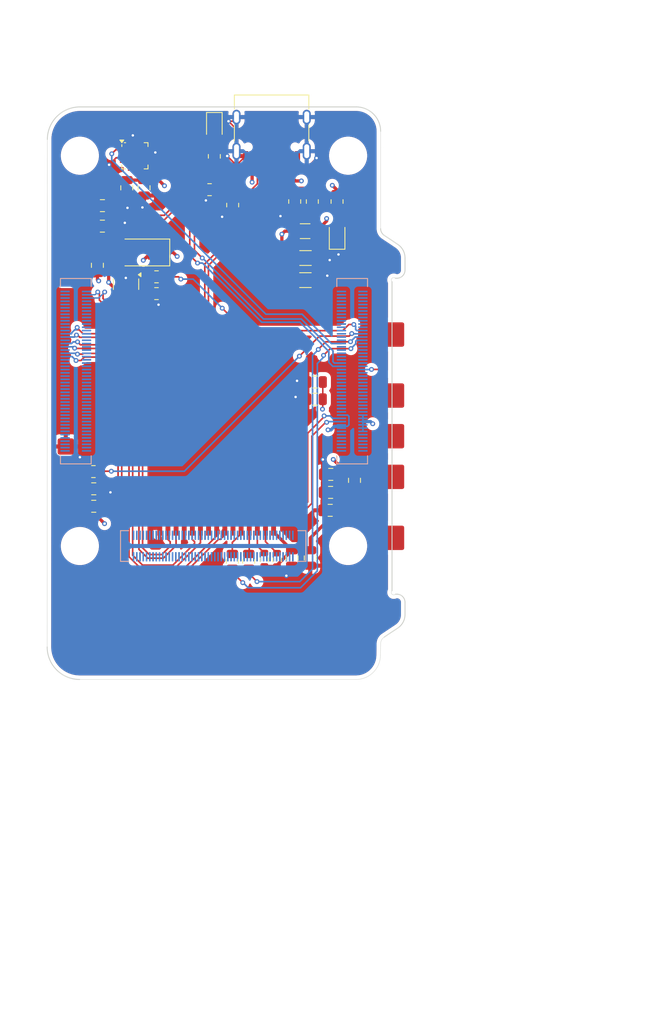
<source format=kicad_pcb>
(kicad_pcb (version 20241229) (generator "pcbnew") (generator_version "9.0")
  (layers (0 "F.Cu" signal) (4 "In1.Cu" signal) (6 "In2.Cu" signal) (2 "B.Cu" signal) (13 "F.Paste" user) (15 "B.Paste" user) (5 "F.SilkS" user "F.Silkscreen") (7 "B.SilkS" user "B.Silkscreen") (1 "F.Mask" user) (3 "B.Mask" user) (25 "Edge.Cuts" user))
  (net 0 "")
  (net 1 "3.3V")
  (net 2 "Net-(D2-A)")
  (net 3 "5V_IN")
  (net 4 "D-")
  (net 5 "GND")
  (net 6 "Net-(J1-CC2)")
  (net 7 "Net-(J1-SBU2)")
  (net 8 "Net-(J1-SBU1)")
  (net 9 "Net-(J1-CC1)")
  (net 10 "D+")
  (net 11 "OUTP")
  (net 12 "OUTN")
  (net 13 "Net-(Q1-G)")
  (net 18 "SPEAKER_DIN")
  (net 19 "SPEAKER_LRCLK")
  (net 22 "SPEAKER_BCLK")
  (net 71 "i2C_SDA")
  (net 72 "CAM0_C_P")
  (net 118 "BUTTON")
  (net 122 "CAM0_D0_N")
  (net 149 "CAM0_D1_P")
  (net 198 "CAM0_D1_N")
  (net 206 "CAM0_C_N")
  (net 223 "i2C_SCL")
  (net 229 "VIBRATION_MOTOR")
  (net 263 "CAM_RST")
  (net 267 "CAM_EN")
  (net 289 "CAM0_D0_P")
  (net 308 "CAM_3.3V")
  (net 309 "Net-(R7-Pad2)")
  (net 310 "Net-(R8-Pad2)")
  (net 311 "RGB_LED_DIN")
  (net 312 "Net-(D1-A)")
  (net 313 "Net-(J3-Pin_2)")
  (net 329 "Net-(5A1-Pad1)")
  (net 330 "Net-(D3-A)")
  (footprint "Capacitor_SMD:C_1206_3216Metric" (layer "F.Cu") (at 79.063098 95.201331)
    (property "Reference" "C16" (hide yes))
    (property "Value" "47uF" (hide yes))
  )
  (footprint "Resistor_SMD:R_0805_2012Metric" (layer "F.Cu") (at 60.74326 94.794737 180)
    (property "Reference" "R10" (hide yes))
    (property "Value" "100" (hide yes))
  )
  (footprint "Capacitor_SMD:C_0805_2012Metric" (layer "F.Cu") (at 82.160128 121.306904 180)
    (property "Reference" "C13" (hide yes))
    (property "Value" "100nF" (hide yes))
  )
  (footprint "Capacitor_SMD:C_0805_2012Metric" (layer "F.Cu") (at 79.660928 129.369604 -90)
    (property "Reference" "C4" (hide yes))
    (property "Value" "100nF" (hide yes))
  )
  (footprint "Resistor_SMD:R_0603_1608Metric" (layer "F.Cu") (at 74.007027 129.585937 90)
    (property "Reference" "R9" (hide yes))
    (property "Value" "4.7k" (hide yes))
  )
  (footprint "Capacitor_SMD:C_0805_2012Metric" (layer "F.Cu") (at 53.021963 123.01337 180)
    (property "Reference" "C8" (hide yes))
    (property "Value" "220 uF" (hide yes))
  )
  (footprint "Resistor_SMD:R_0805_2012Metric" (layer "F.Cu") (at 60.740183 96.859734 180)
    (property "Reference" "R11" (hide yes))
    (property "Value" "10k" (hide yes))
  )
  (footprint "Capacitor_SMD:C_0805_2012Metric" (layer "F.Cu") (at 80.248929 107.733991 180)
    (property "Reference" "C2" (hide yes))
    (property "Value" "0.1 µF" (hide yes))
  )
  (footprint "EASYEDA2KICAD:CONN-SMD_1-1734248-5" (layer "F.Cu") (at 68.149131 123.98374)
    (property "Reference" "Y1" (hide yes))
    (property "Value" "1-1734248-5" (hide yes))
  )
  (footprint "Capacitor_SMD:C_0805_2012Metric" (layer "F.Cu") (at 53.021963 120.865323 180)
    (property "Reference" "C9" (hide yes))
    (property "Value" "220 uF" (hide yes))
  )
  (footprint "LED_SMD:LED_0805_2012Metric" (layer "F.Cu") (at 67.857259 76.272829 -90)
    (property "Reference" "D3" (hide yes))
    (property "Value" "LED")
  )
  (footprint "Resistor_SMD:R_0805_2012Metric" (layer "F.Cu") (at 72.085574 129.786466 90)
    (property "Reference" "R8" (hide yes))
    (property "Value" "0" (hide yes))
  )
  (footprint "Capacitor_SMD:C_0805_2012Metric" (layer "F.Cu") (at 54.084265 88.561858)
    (property "Reference" "C5" (hide yes))
    (property "Value" "200nF" (hide yes))
  )
  (footprint "Fuse:Fuse_1206_3216Metric" (layer "F.Cu") (at 79.024694 89.180011 180)
    (property "Reference" "5A1" (hide yes))
    (property "Value" "Fuse")
  )
  (footprint "Resistor_SMD:R_0805_2012Metric" (layer "F.Cu") (at 70.113916 85.971957 -90)
    (property "Reference" "R3" (hide yes))
    (property "Value" "100k" (hide yes))
  )
  (footprint "Capacitor_SMD:C_0805_2012Metric" (layer "F.Cu") (at 82.111075 123.513099 180)
    (property "Reference" "C14" (hide yes))
    (property "Value" "10uF" (hide yes))
  )
  (footprint "Capacitor_SMD:C_0805_2012Metric" (layer "F.Cu") (at 54.087535 86.043027)
    (property "Reference" "C6" (hide yes))
    (property "Value" "200nF" (hide yes))
  )
  (footprint "TestPoint:TestPoint_Pad_2.0x2.0mm" (layer "F.Cu") (at 49.821997 88.649423 90)
    (property "Reference" "J4" (hide yes))
    (property "Value" "Conn_01x02_Pin" (hide yes))
  )
  (footprint "Capacitor_SMD:C_0805_2012Metric" (layer "F.Cu") (at 59.209399 83.846792 -90)
    (property "Reference" "C10" (hide yes))
    (property "Value" "10 uF" (hide yes))
  )
  (footprint "TestPoint:TestPoint_Pad_2.5x2.5mm" (layer "F.Cu") (at 49.573256 121.66314 90)
    (property "Reference" "J3" (hide yes))
    (property "Value" "Conn_01x03_Socket" (hide yes))
  )
  (footprint "TestPoint:TestPoint_Pad_2.0x2.0mm" (layer "F.Cu") (at 49.873146 94.677281 90)
    (property "Reference" "M1" (hide yes))
    (property "Value" "Motor_DC" (hide yes))
  )
  (footprint "Resistor_SMD:R_0805_2012Metric" (layer "F.Cu") (at 77.743989 85.533963 -90)
    (property "Reference" "R4" (hide yes))
    (property "Value" "5.1k" (hide yes))
  )
  (footprint "Connector_USB:USB_C_Receptacle_G-Switch_GT-USB-7010ASV" (layer "F.Cu") (at 74.901039 76.223287 180)
    (property "Reference" "J1" (hide yes))
    (property "Value" "USB_C_Receptacle_USB2.0_16P")
  )
  (footprint "Resistor_SMD:R_0603_1608Metric" (layer "F.Cu") (at 75.566904 129.601272 90)
    (property "Reference" "R6" (hide yes))
    (property "Value" "4.7k" (hide yes))
  )
  (footprint "Capacitor_SMD:C_0805_2012Metric" (layer "F.Cu") (at 82.179779 119.090498 180)
    (property "Reference" "C12" (hide yes))
    (property "Value" "10uF" (hide yes))
  )
  (footprint "Capacitor_SMD:C_0805_2012Metric" (layer "F.Cu") (at 85.101145 119.824263 -90)
    (property "Reference" "FB1" (hide yes))
    (property "Value" "120R-100MHz" (hide yes))
  )
  (footprint "Resistor_SMD:R_0805_2012Metric" (layer "F.Cu") (at 67.269802 84.078164 180)
    (property "Reference" "R2" (hide yes))
    (property "Value" "5.1k" (hide yes))
  )
  (footprint "Resistor_SMD:R_0805_2012Metric" (layer "F.Cu") (at 52.980038 118.747744)
    (property "Reference" "R12" (hide yes))
    (property "Value" "330" (hide yes))
  )
  (footprint "LED_SMD:LED_0805_2012Metric" (layer "F.Cu") (at 82.960006 89.71774 90)
    (property "Reference" "D1" (hide yes))
    (property "Value" "LED" (hide yes))
  )
  (footprint "Capacitor_SMD:C_0805_2012Metric" (layer "F.Cu") (at 77.401229 129.375281 -90)
    (property "Reference" "C3" (hide yes))
    (property "Value" "10uF" (hide yes))
  )
  (footprint "Package_TO_SOT_SMD:SOT-23" (layer "F.Cu") (at 56.992834 95.701434 -90)
    (property "Reference" "Q1" (hide yes))
    (property "Value" "AO3400A" (hide yes))
  )
  (footprint "Package_DFN_QFN:TQFN-16-1EP_3x3mm_P0.5mm_EP1.23x1.23mm" (layer "F.Cu") (at 58.085073 79.910583)
    (property "Reference" "U2" (hide yes))
    (property "Value" "MAX98357A" (hide yes))
  )
  (footprint "Capacitor_SMD:C_0805_2012Metric" (layer "F.Cu") (at 57.082494 83.852663 -90)
    (property "Reference" "C11" (hide yes))
    (property "Value" "0.1 uF" (hide yes))
  )
  (footprint "Capacitor_SMD:C_1206_3216Metric" (layer "F.Cu") (at 79.074582 92.484754)
    (property "Reference" "C15" (hide yes))
    (property "Value" "47uF" (hide yes))
  )
  (footprint "Capacitor_SMD:C_0805_2012Metric" (layer "F.Cu") (at 80.24384 109.85062 180)
    (property "Reference" "C1" (hide yes))
    (property "Value" "10 µF" (hide yes))
  )
  (footprint "Resistor_SMD:R_0805_2012Metric" (layer "F.Cu") (at 82.953929 85.536439 -90)
    (property "Reference" "R5" (hide yes))
    (property "Value" "220")
  )
  (footprint "Resistor_SMD:R_0805_2012Metric" (layer "F.Cu") (at 70.071635 129.788451 90)
    (property "Reference" "R7" (hide yes))
    (property "Value" "0" (hide yes))
  )
  (footprint "Resistor_SMD:R_0805_2012Metric" (layer "F.Cu") (at 67.857259 79.977026 90)
    (property "Reference" "R13" (hide yes))
    (property "Value" "220")
  )
  (footprint "TestPoint:TestPoint_Pad_3.0x3.0mm" (layer "F.Cu") (at 89.71458 114.395739 90)
    (property "Reference" "J2" (hide yes))
    (property "Value" "Conn_01x02_Pin" (hide yes))
  )
  (footprint "Capacitor_SMD:C_0805_2012Metric" (layer "F.Cu") (at 53.470531 93.380026 -90)
    (property "Reference" "C7" (hide yes))
    (property "Value" "470 uF" (hide yes))
  )
  (footprint "Diode_SMD:D_SMA" (layer "F.Cu") (at 58.861044 91.798689 180)
    (property "Reference" "D2" (hide yes))
    (property "Value" "SS14" (hide yes))
  )
  (footprint "Resistor_SMD:R_0805_2012Metric" (layer "F.Cu") (at 79.912824 85.536439 -90)
    (property "Reference" "R1" (hide yes))
    (property "Value" "100k" (hide yes))
  )
  (footprint "Symbol:Radxa_CM5" (layer "B.Cu") (at 51.31458 79.900951)
    (property "Reference" "U1" (hide yes))
    (property "Value" "Hirose DF40C-100DS-0.4V" (hide yes))
    (fp_line (start -4.025001 60.412415) (end -4 -2) (stroke (width 0.05)) (layer "Edge.Cuts"))
    (fp_line (start -0.025001 64.412415) (end 33.974997 64.412415) (stroke (width 0.05)) (layer "Edge.Cuts"))
    (fp_line (start 0 -6) (end 33 -6) (stroke (width 0.12)) (layer "Edge.Cuts"))
    (fp_line (start 33.999998 -6) (end 33 -6) (stroke (width 0.12)) (layer "Edge.Cuts"))
    (fp_line (start 36.999998 -3) (end 37 -1.0352) (stroke (width 0.05)) (layer "Edge.Cuts"))
    (fp_line (start 36.999998 60.037415) (end 36.974997 61.412415) (stroke (width 0.05)) (layer "Edge.Cuts"))
    (fp_line (start 37 8.964815) (end 37 -1.0352) (stroke (width 0.05)) (layer "Edge.Cuts"))
    (fp_line (start 37.445298 59.197767) (end 39.1094 58.088365) (stroke (width 0.12)) (layer "Edge.Cuts"))
    (fp_line (start 37.445299 9.796865) (end 39.1094 10.906267) (stroke (width 0.12)) (layer "Edge.Cuts"))
    (fp_line (start 38.4 15.494632) (end 38.4 53.494944) (stroke (width 0.12)) (layer "Edge.Cuts"))
    (fp_line (start 38.4 53.494944) (end 38.4 53.5) (stroke (width 0.05)) (layer "Edge.Cuts"))
    (fp_line (start 39 15.070368) (end 38.824264 15.070368) (stroke (width 0.12)) (layer "Edge.Cuts"))
    (fp_line (start 39 53.924264) (end 38.824264 53.924264) (stroke (width 0.12)) (layer "Edge.Cuts"))
    (fp_line (start 39.999967 14.070368) (end 40 12.570368) (stroke (width 0.12)) (layer "Edge.Cuts"))
    (fp_line (start 39.999967 54.924264) (end 40 56.424264) (stroke (width 0.12)) (layer "Edge.Cuts"))
    (fp_arc (start -4 -2) (mid -2.828427 -4.828427) (end 0 -6) (stroke (width 0.12)) (layer "Edge.Cuts"))
    (fp_arc (start -0.025001 64.412415) (mid -2.853428 63.240842) (end -4.025001 60.412415) (stroke (width 0.12)) (layer "Edge.Cuts"))
    (fp_arc (start 33.999998 -6) (mid 36.12132 -5.12132) (end 36.999998 -2.999998) (stroke (width 0.12)) (layer "Edge.Cuts"))
    (fp_arc (start 36.974997 61.412415) (mid 36.096317 63.533735) (end 33.974997 64.412415) (stroke (width 0.05)) (layer "Edge.Cuts"))
    (fp_arc (start 36.999998 60.029817) (mid 37.118317 59.557954) (end 37.445298 59.197767) (stroke (width 0.05)) (layer "Edge.Cuts"))
    (fp_arc (start 37.445299 9.796865) (mid 37.11832 9.436674) (end 37 8.964815) (stroke (width 0.12)) (layer "Edge.Cuts"))
    (fp_arc (start 38.4 15.494632) (mid 38.4 15.070368) (end 38.824264 15.070368) (stroke (width 0.05)) (layer "Edge.Cuts"))
    (fp_arc (start 38.824264 53.924264) (mid 38.4 53.924264) (end 38.4 53.5) (stroke (width 0.05)) (layer "Edge.Cuts"))
    (fp_arc (start 39 53.924264) (mid 39.70712 54.217155) (end 40 54.924264) (stroke (width 0.12)) (layer "Edge.Cuts"))
    (fp_arc (start 39.1094 10.906267) (mid 39.763356 11.626647) (end 40 12.570368) (stroke (width 0.12)) (layer "Edge.Cuts"))
    (fp_arc (start 40 14.070368) (mid 39.707112 14.77746) (end 39 15.070368) (stroke (width 0.12)) (layer "Edge.Cuts"))
    (fp_arc (start 40 56.424264) (mid 39.763362 57.367991) (end 39.1094 58.088365) (stroke (width 0.12)) (layer "Edge.Cuts"))
  )
  (segment (start 53.470531 94.330026) (end 53.470531 95.13697) (width 0.4) (layer "F.Cu") (net 1))
  (segment (start 83.129779 119.090498) (end 83.129779 117.89885) (width 0.4) (layer "F.Cu") (net 1))
  (segment (start 84.88491 119.090498) (end 85.101145 118.874263) (width 0.4) (layer "F.Cu") (net 1))
  (segment (start 60.083421 91.798689) (end 59.118025 92.764085) (width 0.4) (layer "F.Cu") (net 1))
  (segment (start 60.861044 91.798689) (end 62.793965 91.798689) (width 0.4) (layer "F.Cu") (net 1))
  (segment (start 60.861044 91.798689) (end 60.083421 91.798689) (width 0.4) (layer "F.Cu") (net 1))
  (segment (start 83.129779 117.89885) (end 82.485059 117.25413) (width 0.4) (layer "F.Cu") (net 1))
  (segment (start 62.793965 91.798689) (end 63.284841 92.289565) (width 0.4) (layer "F.Cu") (net 1))
  (segment (start 49.873146 94.677281) (end 53.123276 94.677281) (width 0.4) (layer "F.Cu") (net 1))
  (segment (start 83.129779 119.090498) (end 84.88491 119.090498) (width 0.4) (layer "F.Cu") (net 1))
  (segment (start 53.470531 95.13697) (end 53.629218 95.295657) (width 0.4) (layer "F.Cu") (net 1))
  (segment (start 53.123276 94.677281) (end 53.470531 94.330026) (width 0.4) (layer "F.Cu") (net 1))
  (via (at 53.629218 95.295657) (size 0.6) (drill 0.3) (layers "F.Cu" "B.Cu") (net 1))
  (via (at 63.284841 92.289565) (size 0.6) (drill 0.3) (layers "F.Cu" "B.Cu") (net 1))
  (via (at 59.118025 92.764085) (size 0.6) (drill 0.3) (layers "F.Cu" "B.Cu") (net 1))
  (via (at 81.843364 113.61598) (size 0.6) (drill 0.3) (layers "F.Cu" "B.Cu") (net 1))
  (via (at 82.485059 117.25413) (size 0.6) (drill 0.3) (layers "F.Cu" "B.Cu") (net 1))
  (segment (start 82.206519 113.61598) (end 81.843364 113.61598) (width 0.4) (layer "B.Cu") (net 1))
  (segment (start 84.228458 113.183367) (end 84.413905 112.99792) (width 0.2) (layer "B.Cu") (net 1))
  (segment (start 84.413905 112.99792) (end 84.413905 111.947052) (width 0.2) (layer "B.Cu") (net 1))
  (segment (start 83.49458 113.183367) (end 82.639132 113.183367) (width 0.4) (layer "B.Cu") (net 1))
  (segment (start 83.49458 113.000951) (end 83.49458 113.183367) (width 0.2) (layer "B.Cu") (net 1))
  (segment (start 84.267804 111.800951) (end 83.49458 111.800951) (width 0.2) (layer "B.Cu") (net 1))
  (segment (start 83.49458 113.183367) (end 83.49458 113.400951) (width 0.2) (layer "B.Cu") (net 1))
  (segment (start 83.49458 113.183367) (end 84.228458 113.183367) (width 0.2) (layer "B.Cu") (net 1))
  (segment (start 84.413905 111.947052) (end 84.267804 111.800951) (width 0.2) (layer "B.Cu") (net 1))
  (segment (start 82.639132 113.183367) (end 82.206519 113.61598) (width 0.4) (layer "B.Cu") (net 1))
  (segment (start 56.861044 91.798689) (end 54.101868 91.798689) (width 0.4) (layer "F.Cu") (net 2))
  (segment (start 54.855621 93.815116) (end 53.470531 92.430026) (width 0.4) (layer "F.Cu") (net 2))
  (segment (start 56.019532 96.638934) (end 54.855621 95.475023) (width 0.4) (layer "F.Cu") (net 2))
  (segment (start 54.101868 91.798689) (end 53.470531 92.430026) (width 0.4) (layer "F.Cu") (net 2))
  (segment (start 54.855621 95.475023) (end 54.855621 93.815116) (width 0.4) (layer "F.Cu") (net 2))
  (segment (start 50.165891 92.430026) (end 49.873146 92.137281) (width 0.4) (layer "F.Cu") (net 2))
  (segment (start 56.992834 96.638934) (end 56.019532 96.638934) (width 0.4) (layer "F.Cu") (net 2))
  (segment (start 53.470531 92.430026) (end 50.165891 92.430026) (width 0.4) (layer "F.Cu") (net 2))
  (via (at 54.855621 95.475023) (size 0.6) (drill 0.3) (layers "F.Cu" "B.Cu") (net 2))
  (segment (start 76.666398 95.201331) (end 76.164985 94.699918) (width 0.4) (layer "F.Cu") (net 3))
  (segment (start 50.721733 121.66314) (end 52.071963 123.01337) (width 0.4) (layer "F.Cu") (net 3))
  (segment (start 61.022153 82.902663) (end 61.718545 83.599055) (width 0.4) (layer "F.Cu") (net 3))
  (segment (start 82.953929 84.623939) (end 82.953929 84.125067) (width 0.4) (layer "F.Cu") (net 3))
  (segment (start 76.53355 89.180011) (end 76.164985 89.548576) (width 0.4) (layer "F.Cu") (net 3))
  (segment (start 57.082494 82.902663) (end 61.022153 82.902663) (width 0.4) (layer "F.Cu") (net 3))
  (segment (start 81.19384 111.038365) (end 81.159868 111.072337) (width 0.18) (layer "F.Cu") (net 3))
  (segment (start 81.198929 109.845531) (end 81.19384 109.85062) (width 0.18) (layer "F.Cu") (net 3))
  (segment (start 77.599582 92.484754) (end 76.323715 92.484754) (width 0.4) (layer "F.Cu") (net 3))
  (segment (start 49.573256 121.66314) (end 50.721733 121.66314) (width 0.4) (layer "F.Cu") (net 3))
  (segment (start 82.953929 84.125067) (end 82.368453 83.539591) (width 0.4) (layer "F.Cu") (net 3))
  (segment (start 77.624694 89.180011) (end 76.53355 89.180011) (width 0.4) (layer "F.Cu") (net 3))
  (segment (start 77.588098 95.201331) (end 76.666398 95.201331) (width 0.4) (layer "F.Cu") (net 3))
  (segment (start 81.198929 107.733991) (end 81.198929 109.845531) (width 0.18) (layer "F.Cu") (net 3))
  (segment (start 76.164985 92.326024) (end 76.164985 89.548576) (width 0.4) (layer "F.Cu") (net 3))
  (segment (start 76.164985 94.699918) (end 76.164985 92.326024) (width 0.4) (layer "F.Cu") (net 3))
  (segment (start 58.335073 81.348083) (end 58.835073 81.348083) (width 0.2) (layer "F.Cu") (net 3))
  (segment (start 81.19384 109.85062) (end 81.19384 111.038365) (width 0.18) (layer "F.Cu") (net 3))
  (segment (start 58.835073 81.348083) (end 58.835073 82.522466) (width 0.2) (layer "F.Cu") (net 3))
  (segment (start 52.071963 120.865323) (end 52.071963 123.01337) (width 0.4) (layer "F.Cu") (net 3))
  (segment (start 52.210963 123.01337) (end 54.349848 125.152255) (width 0.4) (layer "F.Cu") (net 3))
  (segment (start 58.835073 82.522466) (end 59.209399 82.896792) (width 0.2) (layer "F.Cu") (net 3))
  (segment (start 52.071963 123.01337) (end 52.210963 123.01337) (width 0.4) (layer "F.Cu") (net 3))
  (segment (start 76.323715 92.484754) (end 76.164985 92.326024) (width 0.4) (layer "F.Cu") (net 3))
  (via (at 54.349848 125.152255) (size 0.6) (drill 0.3) (layers "F.Cu" "B.Cu") (net 3))
  (via (at 76.164985 89.548576) (size 0.6) (drill 0.3) (layers "F.Cu" "B.Cu") (net 3))
  (via (at 81.159868 111.072337) (size 0.6) (drill 0.3) (layers "F.Cu" "B.Cu") (net 3))
  (via (at 87.343298 112.866596) (size 0.6) (drill 0.3) (layers "F.Cu" "B.Cu") (net 3))
  (via (at 82.368453 83.539591) (size 0.6) (drill 0.3) (layers "F.Cu" "B.Cu") (net 3))
  (via (at 61.718545 83.599055) (size 0.6) (drill 0.3) (layers "F.Cu" "B.Cu") (net 3))
  (segment (start 86.13458 112.600951) (end 87.077653 112.600951) (width 0.4) (layer "B.Cu") (net 3))
  (segment (start 87.077653 112.600951) (end 87.343298 112.866596) (width 0.4) (layer "B.Cu") (net 3))
  (segment (start 86.13458 111.800951) (end 86.13458 113.800951) (width 0.2) (layer "B.Cu") (net 3))
  (segment (start 75.655126 81.449922) (end 75.651039 81.445835) (width 0.2) (layer "F.Cu") (net 4))
  (segment (start 75.630126 84.890594) (end 67.13092 93.3898) (width 0.2) (layer "F.Cu") (net 4))
  (segment (start 65.712133 101.972933) (end 58.033401 101.972933) (width 0.2) (layer "F.Cu") (net 4))
  (segment (start 74.655126 80.577922) (end 74.704126 80.528922) (width 0.2) (layer "F.Cu") (net 4))
  (segment (start 74.651039 79.076287) (end 74.700039 79.027287) (width 0.2) (layer "F.Cu") (net 4))
  (segment (start 67.13092 100.554146) (end 65.712133 101.972933) (width 0.2) (layer "F.Cu") (net 4))
  (segment (start 74.700039 79.027287) (end 75.602039 79.027287) (width 0.2) (layer "F.Cu") (net 4))
  (segment (start 75.651039 81.445835) (end 75.651039 79.948287) (width 0.2) (layer "F.Cu") (net 4))
  (segment (start 74.651039 79.948287) (end 74.651039 79.076287) (width 0.2) (layer "F.Cu") (net 4))
  (segment (start 75.655126 81.449922) (end 75.655126 82.379923) (width 0.2) (layer "F.Cu") (net 4))
  (segment (start 53.715235 97.654767) (end 53.715235 96.864532) (width 0.2) (layer "F.Cu") (net 4))
  (segment (start 58.033401 101.972933) (end 53.715235 97.654767) (width 0.2) (layer "F.Cu") (net 4))
  (segment (start 67.13092 93.3898) (end 67.13092 100.554146) (width 0.2) (layer "F.Cu") (net 4))
  (segment (start 75.651039 79.076287) (end 75.651039 79.948287) (width 0.2) (layer "F.Cu") (net 4))
  (segment (start 53.715235 96.864532) (end 53.515236 96.664533) (width 0.2) (layer "F.Cu") (net 4))
  (segment (start 75.606126 80.528922) (end 75.655126 80.577922) (width 0.2) (layer "F.Cu") (net 4))
  (segment (start 75.630126 82.404923) (end 75.630126 84.890594) (width 0.2) (layer "F.Cu") (net 4))
  (segment (start 75.602039 79.027287) (end 75.651039 79.076287) (width 0.2) (layer "F.Cu") (net 4))
  (segment (start 75.655126 82.379923) (end 75.630126 82.404923) (width 0.2) (layer "F.Cu") (net 4))
  (via (at 53.515236 96.664533) (size 0.6) (drill 0.3) (layers "F.Cu" "B.Cu") (net 4))
  (segment (start 53.178818 97.000951) (end 53.515236 96.664533) (width 0.16) (layer "B.Cu") (net 4))
  (segment (start 52.13458 97.000951) (end 53.178818 97.000951) (width 0.16) (layer "B.Cu") (net 4))
  (segment (start 77.401229 130.325281) (end 79.655251 130.325281) (width 0.2) (layer "F.Cu") (net 5))
  (segment (start 58.335073 79.660583) (end 59.522573 79.660583) (width 0.2) (layer "F.Cu") (net 5))
  (segment (start 78.179477 107.733991) (end 78.029953 107.584467) (width 0.2) (layer "F.Cu") (net 5))
  (segment (start 77.903436 86.448939) (end 79.912824 86.448939) (width 0.2) (layer "F.Cu") (net 5))
  (segment (start 56.895292 86.043027) (end 57.169587 86.317322) (width 0.2) (layer "F.Cu") (net 5))
  (segment (start 69.344813 86.884457) (end 68.814349 87.414921) (width 0.2) (layer "F.Cu") (net 5))
  (segment (start 81.161075 119.272531) (end 81.161075 123.513099) (width 0.2) (layer "F.Cu") (net 5))
  (segment (start 70.799404 80.849922) (end 71.701039 79.948287) (width 0.2) (layer "F.Cu") (net 5))
  (segment (start 57.082494 86.230229) (end 57.169587 86.317322) (width 0.2) (layer "F.Cu") (net 5))
  (segment (start 55.034265 88.561858) (end 56.439983 88.561858) (width 0.2) (layer "F.Cu") (net 5))
  (segment (start 78.42984 81.449922) (end 79.177163 81.449922) (width 0.2) (layer "F.Cu") (net 5))
  (segment (start 55.766865 80.160583) (end 54.907307 81.020141) (width 0.2) (layer "F.Cu") (net 5))
  (segment (start 49.573256 115.66314) (end 50.890216 116.9801) (width 0.2) (layer "F.Cu") (net 5))
  (segment (start 79.29384 109.85062) (end 78.131223 109.85062) (width 0.2) (layer "F.Cu") (net 5))
  (segment (start 53.971963 123.01337) (end 53.971963 120.865323) (width 0.2) (layer "F.Cu") (net 5))
  (segment (start 81.229779 119.203827) (end 81.161075 119.272531) (width 0.2) (layer "F.Cu") (net 5))
  (segment (start 67.857259 75.335329) (end 69.270533 75.335329) (width 0.2) (layer "F.Cu") (net 5))
  (segment (start 59.522573 79.660583) (end 60.439342 79.660583) (width 0.2) (layer "F.Cu") (net 5))
  (segment (start 79.225126 76.649922) (end 79.225126 81.401959) (width 0.2) (layer "F.Cu") (net 5))
  (segment (start 55.037535 86.043027) (end 56.895292 86.043027) (width 0.2) (layer "F.Cu") (net 5))
  (segment (start 56.647573 80.160583) (end 55.766865 80.160583) (width 0.2) (layer "F.Cu") (net 5))
  (segment (start 70.067763 75.661563) (end 70.581039 75.148287) (width 0.2) (layer "F.Cu") (net 5))
  (segment (start 82.960006 90.65524) (end 82.960006 91.878269) (width 0.2) (layer "F.Cu") (net 5))
  (segment (start 80.549582 92.484754) (end 81.794052 92.484754) (width 0.2) (layer "F.Cu") (net 5))
  (segment (start 81.207114 95.201331) (end 81.751098 94.657347) (width 0.2) (layer "F.Cu") (net 5))
  (segment (start 59.209399 86.062966) (end 59.009148 86.263217) (width 0.2) (layer "F.Cu") (net 5))
  (segment (start 70.585126 80.849922) (end 70.799404 80.849922) (width 0.2) (layer "F.Cu") (net 5))
  (segment (start 77.401229 130.325281) (end 77.401229 130.871329) (width 0.2) (layer "F.Cu") (net 5))
  (segment (start 54.638459 120.865323) (end 55.073374 121.300238) (width 0.2) (layer "F.Cu") (net 5))
  (segment (start 77.90096 86.446463) (end 77.903436 86.448939) (width 0.2) (layer "F.Cu") (net 5))
  (segment (start 82.960006 91.878269) (end 83.129661 92.047924) (width 0.2) (layer "F.Cu") (net 5))
  (segment (start 77.743989 86.446463) (end 76.873089 86.446463) (width 0.2) (layer "F.Cu") (net 5))
  (segment (start 69.270533 75.335329) (end 69.596766 75.661563) (width 0.2) (layer "F.Cu") (net 5))
  (segment (start 77.401229 130.871329) (end 76.716981 131.555577) (width 0.2) (layer "F.Cu") (net 5))
  (segment (start 57.082494 84.802663) (end 57.082494 86.230229) (width 0.2) (layer "F.Cu") (net 5))
  (segment (start 53.971963 120.865323) (end 54.638459 120.865323) (width 0.2) (layer "F.Cu") (net 5))
  (segment (start 70.347867 80.849922) (end 69.433349 79.935404) (width 0.2) (layer "F.Cu") (net 5))
  (segment (start 50.890216 116.9801) (end 51.314614 116.9801) (width 0.2) (layer "F.Cu") (net 5))
  (segment (start 79.177163 81.449922) (end 80.437891 80.189194) (width 0.2) (layer "F.Cu") (net 5))
  (segment (start 81.229779 119.090498) (end 81.229779 119.203827) (width 0.2) (layer "F.Cu") (net 5))
  (segment (start 66.357302 84.94163) (end 66.816265 85.400593) (width 0.2) (layer "F.Cu") (net 5))
  (segment (start 57.835073 79.660583) (end 58.085073 79.910583) (width 0.2) (layer "F.Cu") (net 5))
  (segment (start 81.229779 119.090498) (end 81.229779 117.289527) (width 0.2) (layer "F.Cu") (net 5))
  (segment (start 56.042834 94.763934) (end 56.797928 94.763934) (width 0.4) (layer "F.Cu") (net 5))
  (segment (start 78.101039 81.121121) (end 78.42984 81.449922) (width 0.2) (layer "F.Cu") (net 5))
  (segment (start 81.229779 117.289527) (end 81.203977 117.263725) (width 0.2) (layer "F.Cu") (net 5))
  (segment (start 58.085073 79.910583) (end 58.335073 79.660583) (width 0.2) (layer "F.Cu") (net 5))
  (segment (start 56.647573 80.160583) (end 57.835073 80.160583) (width 0.2) (layer "F.Cu") (net 5))
  (segment (start 57.828144 77.815116) (end 57.835073 77.822045) (width 0.2) (layer "F.Cu") (net 5))
  (segment (start 69.596766 75.661563) (end 70.067763 75.661563) (width 0.2) (layer "F.Cu") (net 5))
  (segment (start 57.835073 77.822045) (end 57.835073 78.473083) (width 0.2) (layer "F.Cu") (net 5))
  (segment (start 59.209399 84.796792) (end 59.209399 86.062966) (width 0.2) (layer "F.Cu") (net 5))
  (segment (start 56.439983 88.561858) (end 56.844959 88.156882) (width 0.2) (layer "F.Cu") (net 5))
  (segment (start 69.596766 75.661563) (end 70.585126 76.649922) (width 0.2) (layer "F.Cu") (net 5))
  (segment (start 66.357302 84.078164) (end 66.357302 84.94163) (width 0.2) (layer "F.Cu") (net 5))
  (segment (start 79.225126 81.401959) (end 79.177163 81.449922) (width 0.2) (layer "F.Cu") (net 5))
  (segment (start 56.797928 94.763934) (end 56.966272 94.932278) (width 0.4) (layer "F.Cu") (net 5))
  (segment (start 78.131223 109.85062) (end 77.852504 109.571901) (width 0.2) (layer "F.Cu") (net 5))
  (segment (start 60.439342 79.660583) (end 60.597135 79.50279) (width 0.2) (layer "F.Cu") (net 5))
  (segment (start 77.743989 86.446463) (end 77.90096 86.446463) (width 0.2) (layer "F.Cu") (net 5))
  (segment (start 70.585126 80.849922) (end 70.347867 80.849922) (width 0.2) (layer "F.Cu") (net 5))
  (segment (start 70.585126 80.849922) (end 70.585126 76.649922) (width 0.2) (layer "F.Cu") (net 5))
  (segment (start 57.835073 80.160583) (end 58.085073 79.910583) (width 0.2) (layer "F.Cu") (net 5))
  (segment (start 70.113916 86.884457) (end 69.344813 86.884457) (width 0.2) (layer "F.Cu") (net 5))
  (segment (start 78.101039 79.948287) (end 78.101039 81.121121) (width 0.2) (layer "F.Cu") (net 5))
  (segment (start 57.828144 77.403302) (end 57.828144 77.815116) (width 0.2) (layer "F.Cu") (net 5))
  (segment (start 61.652683 96.859734) (end 61.652683 97.564513) (width 0.4) (layer "F.Cu") (net 5))
  (segment (start 61.652683 97.564513) (end 60.990782 98.226414) (width 0.4) (layer "F.Cu") (net 5))
  (segment (start 57.835073 78.473083) (end 57.835073 79.660583) (width 0.2) (layer "F.Cu") (net 5))
  (segment (start 76.873089 86.446463) (end 75.990802 87.32875) (width 0.2) (layer "F.Cu") (net 5))
  (segment (start 81.794052 92.484754) (end 82.046504 92.737206) (width 0.2) (layer "F.Cu") (net 5))
  (segment (start 79.298929 107.733991) (end 78.179477 107.733991) (width 0.2) (layer "F.Cu") (net 5))
  (segment (start 80.538098 95.201331) (end 81.207114 95.201331) (width 0.2) (layer "F.Cu") (net 5))
  (segment (start 79.655251 130.325281) (end 79.660928 130.319604) (width 0.2) (layer "F.Cu") (net 5))
  (via (at 77.852504 109.571901) (size 0.6) (drill 0.3) (layers "F.Cu" "B.Cu") (net 5))
  (via (at 82.046504 92.737206) (size 0.6) (drill 0.3) (layers "F.Cu" "B.Cu") (net 5))
  (via (at 81.751098 94.657347) (size 0.6) (drill 0.3) (layers "F.Cu" "B.Cu") (net 5))
  (via (at 75.990802 87.32875) (size 0.6) (drill 0.3) (layers "F.Cu" "B.Cu") (net 5))
  (via (at 60.597135 79.50279) (size 0.6) (drill 0.3) (layers "F.Cu" "B.Cu") (net 5))
  (via (at 68.814349 87.414921) (size 0.6) (drill 0.3) (layers "F.Cu" "B.Cu") (net 5))
  (via (at 56.966272 94.932278) (size 0.6) (drill 0.3) (layers "F.Cu" "B.Cu") (net 5))
  (via (at 56.844959 88.156882) (size 0.6) (drill 0.3) (layers "F.Cu" "B.Cu") (net 5))
  (via (at 83.129661 92.047924) (size 0.6) (drill 0.3) (layers "F.Cu" "B.Cu") (net 5))
  (via (at 81.203977 117.263725) (size 0.6) (drill 0.3) (layers "F.Cu" "B.Cu") (net 5))
  (via (at 59.009148 86.263217) (size 0.6) (drill 0.3) (layers "F.Cu" "B.Cu") (net 5))
  (via (at 55.073374 121.300238) (size 0.6) (drill 0.3) (layers "F.Cu" "B.Cu") (net 5))
  (via (at 51.314614 116.9801) (size 0.6) (drill 0.3) (layers "F.Cu" "B.Cu") (net 5))
  (via (at 60.990782 98.226414) (size 0.6) (drill 0.3) (layers "F.Cu" "B.Cu") (net 5))
  (via (at 69.433349 79.935404) (size 0.6) (drill 0.3) (layers "F.Cu" "B.Cu") (net 5))
  (via (at 69.596766 75.661563) (size 0.6) (drill 0.3) (layers "F.Cu" "B.Cu") (net 5))
  (via (at 80.437891 80.189194) (size 0.6) (drill 0.3) (layers "F.Cu" "B.Cu") (net 5))
  (via (at 66.816265 85.400593) (size 0.6) (drill 0.3) (layers "F.Cu" "B.Cu") (net 5))
  (via (at 78.029953 107.584467) (size 0.6) (drill 0.3) (layers "F.Cu" "B.Cu") (net 5))
  (via (at 57.828144 77.403302) (size 0.6) (drill 0.3) (layers "F.Cu" "B.Cu") (net 5))
  (via (at 76.716981 131.555577) (size 0.6) (drill 0.3) (layers "F.Cu" "B.Cu") (net 5))
  (via (at 57.169587 86.317322) (size 0.6) (drill 0.3) (layers "F.Cu" "B.Cu") (net 5))
  (via (at 54.907307 81.020141) (size 0.6) (drill 0.3) (layers "F.Cu" "B.Cu") (net 5))
  (segment (start 73.155126 83.349135) (end 72.426097 84.078164) (width 0.2) (layer "F.Cu") (net 6))
  (segment (start 73.151039 79.948287) (end 73.151039 81.552539) (width 0.2) (layer "F.Cu") (net 6))
  (segment (start 73.151039 81.552539) (end 73.155126 81.556626) (width 0.2) (layer "F.Cu") (net 6))
  (segment (start 73.155126 81.449922) (end 73.155126 81.556626) (width 0.2) (layer "F.Cu") (net 6))
  (segment (start 73.155126 81.556626) (end 73.155126 83.349135) (width 0.2) (layer "F.Cu") (net 6))
  (segment (start 72.426097 84.078164) (end 68.182302 84.078164) (width 0.2) (layer "F.Cu") (net 6))
  (segment (start 79.912824 84.623939) (end 79.096848 83.807963) (width 0.2) (layer "F.Cu") (net 7))
  (segment (start 76.655126 82.528442) (end 76.655126 81.761693) (width 0.2) (layer "F.Cu") (net 7))
  (segment (start 76.651039 79.948287) (end 76.651039 81.757606) (width 0.2) (layer "F.Cu") (net 7))
  (segment (start 76.651039 81.757606) (end 76.655126 81.761693) (width 0.2) (layer "F.Cu") (net 7))
  (segment (start 76.655126 81.761693) (end 76.655126 81.449922) (width 0.2) (layer "F.Cu") (net 7))
  (segment (start 79.096848 83.807963) (end 77.934647 83.807963) (width 0.2) (layer "F.Cu") (net 7))
  (segment (start 77.934647 83.807963) (end 76.655126 82.528442) (width 0.2) (layer "F.Cu") (net 7))
  (segment (start 72.239483 85.059457) (end 73.655126 83.643814) (width 0.2) (layer "F.Cu") (net 8))
  (segment (start 70.113916 85.059457) (end 72.239483 85.059457) (width 0.2) (layer "F.Cu") (net 8))
  (segment (start 73.655126 83.643814) (end 73.655126 81.711828) (width 0.2) (layer "F.Cu") (net 8))
  (segment (start 73.651039 81.707741) (end 73.655126 81.711828) (width 0.2) (layer "F.Cu") (net 8))
  (segment (start 73.651039 79.948287) (end 73.651039 81.707741) (width 0.2) (layer "F.Cu") (net 8))
  (segment (start 73.655126 81.711828) (end 73.655126 81.449922) (width 0.2) (layer "F.Cu") (net 8))
  (segment (start 76.151039 79.948287) (end 76.151039 81.594868) (width 0.2) (layer "F.Cu") (net 9))
  (segment (start 76.155126 81.598955) (end 76.155126 83.0326) (width 0.2) (layer "F.Cu") (net 9))
  (segment (start 76.155126 81.449922) (end 76.155126 81.598955) (width 0.2) (layer "F.Cu") (net 9))
  (segment (start 76.155126 83.0326) (end 77.743989 84.621463) (width 0.2) (layer "F.Cu") (net 9))
  (segment (start 76.151039 81.594868) (end 76.155126 81.598955) (width 0.2) (layer "F.Cu") (net 9))
  (segment (start 58.219797 101.522933) (end 54.165237 97.468373) (width 0.2) (layer "F.Cu") (net 10))
  (segment (start 66.68092 100.36775) (end 65.525737 101.522933) (width 0.2) (layer "F.Cu") (net 10))
  (segment (start 75.155126 81.449922) (end 75.155126 81.799711) (width 0.2) (layer "F.Cu") (net 10))
  (segment (start 75.155126 81.799711) (end 75.155126 82.379923) (width 0.2) (layer "F.Cu") (net 10))
  (segment (start 74.151039 79.948287) (end 74.151039 80.820287) (width 0.2) (layer "F.Cu") (net 10))
  (segment (start 75.180126 84.704198) (end 66.68092 93.203404) (width 0.2) (layer "F.Cu") (net 10))
  (segment (start 75.180126 82.404923) (end 75.180126 84.704198) (width 0.2) (layer "F.Cu") (net 10))
  (segment (start 74.940404 80.978922) (end 75.151039 80.768287) (width 0.2) (layer "F.Cu") (net 10))
  (segment (start 75.151039 80.768287) (end 75.151039 79.948287) (width 0.2) (layer "F.Cu") (net 10))
  (segment (start 54.165237 96.864532) (end 54.365236 96.664533) (width 0.2) (layer "F.Cu") (net 10))
  (segment (start 75.151039 79.948287) (end 75.151039 81.795624) (width 0.2) (layer "F.Cu") (net 10))
  (segment (start 75.155126 82.379923) (end 75.180126 82.404923) (width 0.2) (layer "F.Cu") (net 10))
  (segment (start 75.151039 81.795624) (end 75.155126 81.799711) (width 0.2) (layer "F.Cu") (net 10))
  (segment (start 65.525737 101.522933) (end 58.219797 101.522933) (width 0.2) (layer "F.Cu") (net 10))
  (segment (start 54.165237 97.468373) (end 54.165237 96.864532) (width 0.2) (layer "F.Cu") (net 10))
  (segment (start 66.68092 93.203404) (end 66.68092 100.36775) (width 0.2) (layer "F.Cu") (net 10))
  (segment (start 74.309674 80.978922) (end 74.940404 80.978922) (width 0.2) (layer "F.Cu") (net 10))
  (segment (start 74.151039 80.820287) (end 74.309674 80.978922) (width 0.2) (layer "F.Cu") (net 10))
  (via (at 54.365236 96.664533) (size 0.6) (drill 0.3) (layers "F.Cu" "B.Cu") (net 10))
  (segment (start 53.628818 97.400951) (end 54.365236 96.664533) (width 0.16) (layer "B.Cu") (net 10))
  (segment (start 52.13458 97.400951) (end 53.628818 97.400951) (width 0.16) (layer "B.Cu") (net 10))
  (segment (start 62.644295 80.660583) (end 59.522573 80.660583) (width 0.2) (layer "F.Cu") (net 11))
  (segment (start 63.467824 85.462144) (end 63.467824 81.484112) (width 0.2) (layer "F.Cu") (net 11))
  (segment (start 54.323236 87.228728) (end 61.70124 87.228728) (width 0.2) (layer "F.Cu") (net 11))
  (segment (start 49.821997 86.109423) (end 53.071139 86.109423) (width 0.4) (layer "F.Cu") (net 11))
  (segment (start 53.071139 86.109423) (end 53.137535 86.043027) (width 0.4) (layer "F.Cu") (net 11))
  (segment (start 53.137535 86.043027) (end 54.323236 87.228728) (width 0.2) (layer "F.Cu") (net 11))
  (segment (start 61.70124 87.228728) (end 63.467824 85.462144) (width 0.2) (layer "F.Cu") (net 11))
  (segment (start 63.467824 81.484112) (end 62.644295 80.660583) (width 0.2) (layer "F.Cu") (net 11))
  (segment (start 53.0467 88.649423) (end 53.134265 88.561858) (width 0.4) (layer "F.Cu") (net 12))
  (segment (start 64.286309 81.513352) (end 64.286309 85.210759) (width 0.2) (layer "F.Cu") (net 12))
  (segment (start 64.286309 85.210759) (end 59.90921 89.587858) (width 0.2) (layer "F.Cu") (net 12))
  (segment (start 54.160265 89.587858) (end 53.134265 88.561858) (width 0.2) (layer "F.Cu") (net 12))
  (segment (start 59.90921 89.587858) (end 54.160265 89.587858) (width 0.2) (layer "F.Cu") (net 12))
  (segment (start 59.522573 80.160583) (end 62.93354 80.160583) (width 0.2) (layer "F.Cu") (net 12))
  (segment (start 49.821997 88.649423) (end 53.0467 88.649423) (width 0.4) (layer "F.Cu") (net 12))
  (segment (start 62.93354 80.160583) (end 64.286309 81.513352) (width 0.2) (layer "F.Cu") (net 12))
  (segment (start 59.83076 94.794737) (end 59.83076 96.856657) (width 0.4) (layer "F.Cu") (net 13))
  (segment (start 59.83076 96.856657) (end 59.827683 96.859734) (width 0.4) (layer "F.Cu") (net 13))
  (segment (start 59.83076 94.794737) (end 57.973637 94.794737) (width 0.4) (layer "F.Cu") (net 13))
  (segment (start 57.973637 94.794737) (end 57.942834 94.763934) (width 0.4) (layer "F.Cu") (net 13))
  (segment (start 56.647573 79.160583) (end 55.744454 79.160583) (width 0.2) (layer "F.Cu") (net 18))
  (segment (start 55.744454 79.160583) (end 55.236853 79.668184) (width 0.2) (layer "F.Cu") (net 18))
  (via (at 55.236853 79.668184) (size 0.6) (drill 0.3) (layers "F.Cu" "B.Cu") (net 18))
  (segment (start 78.647702 99.390207) (end 74.196613 99.390207) (width 0.2) (layer "B.Cu") (net 18))
  (segment (start 83.49458 103.000951) (end 82.258446 103.000951) (width 0.2) (layer "B.Cu") (net 18))
  (segment (start 74.196613 99.390207) (end 55.236853 80.430447) (width 0.2) (layer "B.Cu") (net 18))
  (segment (start 55.236853 80.430447) (end 55.236853 79.668184) (width 0.2) (layer "B.Cu") (net 18))
  (segment (start 82.258446 103.000951) (end 78.647702 99.390207) (width 0.2) (layer "B.Cu") (net 18))
  (segment (start 58.620275 77.759583) (end 61.452864 77.759583) (width 0.2) (layer "F.Cu") (net 19))
  (segment (start 64.831967 81.138686) (end 64.831967 92.146092) (width 0.2) (layer "F.Cu") (net 19))
  (segment (start 58.335073 78.044785) (end 58.620275 77.759583) (width 0.2) (layer "F.Cu") (net 19))
  (segment (start 58.335073 78.473083) (end 58.335073 78.044785) (width 0.2) (layer "F.Cu") (net 19))
  (segment (start 61.452864 77.759583) (end 64.831967 81.138686) (width 0.2) (layer "F.Cu") (net 19))
  (segment (start 64.831967 92.146092) (end 65.790135 93.10426) (width 0.2) (layer "F.Cu") (net 19))
  (via (at 65.790135 93.10426) (size 0.6) (drill 0.3) (layers "F.Cu" "B.Cu") (net 19))
  (segment (start 82.424601 105.800951) (end 81.942061 105.318411) (width 0.2) (layer "B.Cu") (net 19))
  (segment (start 81.942061 103.973269) (end 80.968604 102.999812) (width 0.2) (layer "B.Cu") (net 19))
  (segment (start 81.942061 105.318411) (end 81.942061 103.973269) (width 0.2) (layer "B.Cu") (net 19))
  (segment (start 73.682336 100.382036) (end 66.40456 93.10426) (width 0.2) (layer "B.Cu") (net 19))
  (segment (start 80.968604 102.999812) (end 80.968604 102.961526) (width 0.2) (layer "B.Cu") (net 19))
  (segment (start 80.968604 102.961526) (end 78.389114 100.382036) (width 0.2) (layer "B.Cu") (net 19))
  (segment (start 83.49458 105.800951) (end 82.424601 105.800951) (width 0.2) (layer "B.Cu") (net 19))
  (segment (start 66.40456 93.10426) (end 65.790135 93.10426) (width 0.2) (layer "B.Cu") (net 19))
  (segment (start 78.389114 100.382036) (end 73.682336 100.382036) (width 0.2) (layer "B.Cu") (net 19))
  (segment (start 56.737315 76.768679) (end 57.206521 76.299473) (width 0.2) (layer "F.Cu") (net 22))
  (segment (start 57.335073 78.473083) (end 56.737315 77.875325) (width 0.2) (layer "F.Cu") (net 22))
  (segment (start 56.737315 77.875325) (end 56.737315 76.768679) (width 0.2) (layer "F.Cu") (net 22))
  (segment (start 61.433787 76.299473) (end 65.411972 80.277658) (width 0.2) (layer "F.Cu") (net 22))
  (segment (start 57.206521 76.299473) (end 61.433787 76.299473) (width 0.2) (layer "F.Cu") (net 22))
  (segment (start 65.411972 80.277658) (end 65.411972 91.524805) (width 0.2) (layer "F.Cu") (net 22))
  (segment (start 65.411972 91.524805) (end 66.368955 92.481788) (width 0.2) (layer "F.Cu") (net 22))
  (via (at 66.368955 92.481788) (size 0.6) (drill 0.3) (layers "F.Cu" "B.Cu") (net 22))
  (segment (start 81.368604 102.795841) (end 78.5548 99.982036) (width 0.2) (layer "B.Cu") (net 22))
  (segment (start 82.62258 105.400951) (end 82.455339 105.23371) (width 0.2) (layer "B.Cu") (net 22))
  (segment (start 66.404479 92.481788) (end 66.368955 92.481788) (width 0.2) (layer "B.Cu") (net 22))
  (segment (start 78.5548 99.982036) (end 73.904727 99.982036) (width 0.2) (layer "B.Cu") (net 22))
  (segment (start 83.49458 105.400951) (end 82.62258 105.400951) (width 0.2) (layer "B.Cu") (net 22))
  (segment (start 82.455339 105.23371) (end 82.455339 103.89014) (width 0.2) (layer "B.Cu") (net 22))
  (segment (start 81.368604 102.803405) (end 81.368604 102.795841) (width 0.2) (layer "B.Cu") (net 22))
  (segment (start 82.455339 103.89014) (end 81.368604 102.803405) (width 0.2) (layer "B.Cu") (net 22))
  (segment (start 73.904727 99.982036) (end 66.404479 92.481788) (width 0.2) (layer "B.Cu") (net 22))
  (segment (start 74.149131 124.82174) (end 74.149131 125.67374) (width 0.2) (layer "F.Cu") (net 71))
  (segment (start 79.855696 114.38641) (end 79.855696 122.651509) (width 0.2) (layer "F.Cu") (net 71))
  (segment (start 78.275615 124.23159) (end 74.739281 124.23159) (width 0.2) (layer "F.Cu") (net 71))
  (segment (start 79.855696 122.651509) (end 78.275615 124.23159) (width 0.2) (layer "F.Cu") (net 71))
  (segment (start 75.566904 128.776272) (end 74.149131 127.358499) (width 0.2) (layer "F.Cu") (net 71))
  (segment (start 81.672846 112.688793) (end 81.553313 112.688793) (width 0.2) (layer "F.Cu") (net 71))
  (segment (start 74.739281 124.23159) (end 74.149131 124.82174) (width 0.2) (layer "F.Cu") (net 71))
  (segment (start 81.553313 112.688793) (end 79.855696 114.38641) (width 0.2) (layer "F.Cu") (net 71))
  (segment (start 74.149131 127.358499) (end 74.149131 125.67374) (width 0.2) (layer "F.Cu") (net 71))
  (via (at 81.672846 112.688793) (size 0.6) (drill 0.3) (layers "F.Cu" "B.Cu") (net 71))
  (segment (start 81.760688 112.600951) (end 81.672846 112.688793) (width 0.2) (layer "B.Cu") (net 71))
  (segment (start 83.49458 112.600951) (end 81.760688 112.600951) (width 0.2) (layer "B.Cu") (net 71))
  (segment (start 51.442831 105.086958) (end 50.840561 105.086958) (width 0.2) (layer "F.Cu") (net 72))
  (segment (start 56.013701 106.230769) (end 56.013701 130.013426) (width 0.2) (layer "F.Cu") (net 72))
  (segment (start 57.841844 131.841569) (end 63.597484 131.841569) (width 0.2) (layer "F.Cu") (net 72))
  (segment (start 69.149131 125.67374) (end 68.874132 125.948739) (width 0.2) (layer "F.Cu") (net 72))
  (segment (start 63.597484 131.841569) (end 68.365285 127.073768) (width 0.2) (layer "F.Cu") (net 72))
  (segment (start 68.601103 127.073768) (end 69.149131 126.52574) (width 0.2) (layer "F.Cu") (net 72))
  (segment (start 51.861623 104.668166) (end 51.442831 105.086958) (width 0.2) (layer "F.Cu") (net 72))
  (segment (start 56.013701 130.013426) (end 57.841844 131.841569) (width 0.2) (layer "F.Cu") (net 72))
  (segment (start 68.365285 127.073768) (end 68.601103 127.073768) (width 0.2) (layer "F.Cu") (net 72))
  (segment (start 51.861623 104.668166) (end 51.821673 104.708116) (width 0.2) (layer "F.Cu") (net 72))
  (segment (start 68.874132 125.948739) (end 68.874132 126.564921) (width 0.2) (layer "F.Cu") (net 72))
  (segment (start 51.861623 104.668166) (end 54.451098 104.668166) (width 0.2) (layer "F.Cu") (net 72))
  (segment (start 69.149131 126.52574) (end 69.149131 125.67374) (width 0.2) (layer "F.Cu") (net 72))
  (segment (start 54.451098 104.668166) (end 56.013701 106.230769) (width 0.2) (layer "F.Cu") (net 72))
  (via (at 50.840561 105.086958) (size 0.6) (drill 0.3) (layers "F.Cu" "B.Cu") (net 72))
  (segment (start 49.49458 104.600951) (end 50.354554 104.600951) (width 0.2) (layer "B.Cu") (net 72))
  (segment (start 50.354554 104.600951) (end 50.840561 105.086958) (width 0.2) (layer "B.Cu") (net 72))
  (segment (start 88.00252 106.183679) (end 89.11358 107.294739) (width 0.2) (layer "F.Cu") (net 118))
  (segment (start 87.19015 106.183679) (end 88.00252 106.183679) (width 0.2) (layer "F.Cu") (net 118))
  (segment (start 89.11358 107.294739) (end 89.11358 107.895739) (width 0.2) (layer "F.Cu") (net 118))
  (via (at 87.19015 106.183679) (size 0.6) (drill 0.3) (layers "F.Cu" "B.Cu") (net 118))
  (segment (start 86.13458 106.200951) (end 87.172878 106.200951) (width 0.2) (layer "B.Cu") (net 118))
  (segment (start 87.172878 106.200951) (end 87.19015 106.183679) (width 0.2) (layer "B.Cu") (net 118))
  (segment (start 59.851413 128.949258) (end 59.030794 128.128639) (width 0.2) (layer "F.Cu") (net 122))
  (segment (start 50.9529 101.309761) (end 50.9529 101.137014) (width 0.2) (layer "F.Cu") (net 122))
  (segment (start 51.216584 101.309761) (end 50.9529 101.309761) (width 0.2) (layer "F.Cu") (net 122))
  (segment (start 59.030794 105.142608) (end 55.674516 101.78633) (width 0.2) (layer "F.Cu") (net 122))
  (segment (start 62.149131 125.67374) (end 62.149131 127.098741) (width 0.2) (layer "F.Cu") (net 122))
  (segment (start 61.399057 128.949258) (end 59.851413 128.949258) (width 0.2) (layer "F.Cu") (net 122))
  (segment (start 62.424131 127.924184) (end 61.399057 128.949258) (width 0.2) (layer "F.Cu") (net 122))
  (segment (start 55.674516 101.78633) (end 51.693153 101.78633) (width 0.2) (layer "F.Cu") (net 122))
  (segment (start 50.9529 101.137014) (end 50.98102 101.108894) (width 0.2) (layer "F.Cu") (net 122))
  (segment (start 50.98102 101.108894) (end 50.98102 101.022729) (width 0.2) (layer "F.Cu") (net 122))
  (segment (start 62.424131 127.373741) (end 62.424131 127.924184) (width 0.2) (layer "F.Cu") (net 122))
  (segment (start 51.693153 101.78633) (end 51.216584 101.309761) (width 0.2) (layer "F.Cu") (net 122))
  (segment (start 62.149131 127.098741) (end 62.424131 127.373741) (width 0.2) (layer "F.Cu") (net 122))
  (segment (start 59.030794 128.128639) (end 59.030794 105.142608) (width 0.2) (layer "F.Cu") (net 122))
  (via (at 50.98102 101.022729) (size 0.6) (drill 0.3) (layers "F.Cu" "B.Cu") (net 122))
  (segment (start 49.49458 101.800951) (end 50.26458 101.800951) (width 0.2) (layer "B.Cu") (net 122))
  (segment (start 50.976591 101.027158) (end 50.98102 101.022729) (width 0.2) (layer "B.Cu") (net 122))
  (segment (start 50.297345 101.768186) (end 50.297345 101.690522) (width 0.2) (layer "B.Cu") (net 122))
  (segment (start 50.976591 101.215771) (end 50.976591 101.027158) (width 0.2) (layer "B.Cu") (net 122))
  (segment (start 50.75577 101.309761) (end 50.761102 101.304429) (width 0.2) (layer "B.Cu") (net 122))
  (segment (start 50.297345 101.690522) (end 50.678106 101.309761) (width 0.2) (layer "B.Cu") (net 122))
  (segment (start 50.26458 101.800951) (end 50.297345 101.768186) (width 0.2) (layer "B.Cu") (net 122))
  (segment (start 50.887933 101.304429) (end 50.976591 101.215771) (width 0.2) (layer "B.Cu") (net 122))
  (segment (start 50.761102 101.304429) (end 50.887933 101.304429) (width 0.2) (layer "B.Cu") (net 122))
  (segment (start 50.678106 101.309761) (end 50.75577 101.309761) (width 0.2) (layer "B.Cu") (net 122))
  (segment (start 62.944951 130.701035) (end 58.839433 130.701035) (width 0.2) (layer "F.Cu") (net 149))
  (segment (start 57.359094 129.220696) (end 57.359094 105.964695) (width 0.2) (layer "F.Cu") (net 149))
  (segment (start 54.997468 103.603069) (end 50.704928 103.603069) (width 0.2) (layer "F.Cu") (net 149))
  (segment (start 66.149131 127.496855) (end 62.944951 130.701035) (width 0.2) (layer "F.Cu") (net 149))
  (segment (start 57.359094 105.964695) (end 54.997468 103.603069) (width 0.2) (layer "F.Cu") (net 149))
  (segment (start 66.149131 125.67374) (end 66.149131 127.496855) (width 0.2) (layer "F.Cu") (net 149))
  (segment (start 58.839433 130.701035) (end 57.359094 129.220696) (width 0.2) (layer "F.Cu") (net 149))
  (segment (start 50.704928 103.603069) (end 50.670191 103.568332) (width 0.2) (layer "F.Cu") (net 149))
  (via (at 50.670191 103.568332) (size 0.6) (drill 0.3) (layers "F.Cu" "B.Cu") (net 149))
  (segment (start 50.50281 103.400951) (end 50.670191 103.568332) (width 0.2) (layer "B.Cu") (net 149))
  (segment (start 49.49458 103.400951) (end 50.50281 103.400951) (width 0.2) (layer "B.Cu") (net 149))
  (segment (start 57.809094 129.0343) (end 57.809094 105.778299) (width 0.2) (layer "F.Cu") (net 198))
  (segment (start 62.758555 130.251035) (end 59.025829 130.251035) (width 0.2) (layer "F.Cu") (net 198))
  (segment (start 65.424131 127.373741) (end 65.424131 127.585459) (width 0.2) (layer "F.Cu") (net 198))
  (segment (start 65.149131 125.67374) (end 65.149131 127.098741) (width 0.2) (layer "F.Cu") (net 198))
  (segment (start 65.424131 127.585459) (end 62.758555 130.251035) (width 0.2) (layer "F.Cu") (net 198))
  (segment (start 51.383324 103.153069) (end 51.027186 102.796931) (width 0.2) (layer "F.Cu") (net 198))
  (segment (start 57.809094 105.778299) (end 55.183864 103.153069) (width 0.2) (layer "F.Cu") (net 198))
  (segment (start 59.025829 130.251035) (end 57.809094 129.0343) (width 0.2) (layer "F.Cu") (net 198))
  (segment (start 65.149131 127.098741) (end 65.424131 127.373741) (width 0.2) (layer "F.Cu") (net 198))
  (segment (start 55.183864 103.153069) (end 51.383324 103.153069) (width 0.2) (layer "F.Cu") (net 198))
  (via (at 51.027186 102.796931) (size 0.6) (drill 0.3) (layers "F.Cu" "B.Cu") (net 198))
  (segment (start 50.285541 103.000951) (end 50.489561 102.796931) (width 0.2) (layer "B.Cu") (net 198))
  (segment (start 49.49458 103.000951) (end 50.285541 103.000951) (width 0.2) (layer "B.Cu") (net 198))
  (segment (start 50.489561 102.796931) (end 51.027186 102.796931) (width 0.2) (layer "B.Cu") (net 198))
  (segment (start 56.463701 106.044373) (end 54.637494 104.218166) (width 0.2) (layer "F.Cu") (net 206))
  (segment (start 63.411088 131.391569) (end 58.02824 131.391569) (width 0.2) (layer "F.Cu") (net 206))
  (segment (start 54.637494 104.218166) (end 51.736753 104.218166) (width 0.2) (layer "F.Cu") (net 206))
  (segment (start 51.014602 104.306116) (end 51.648803 104.306116) (width 0.2) (layer "F.Cu") (net 206))
  (segment (start 68.42413 125.948739) (end 68.42413 126.378527) (width 0.2) (layer "F.Cu") (net 206))
  (segment (start 68.42413 126.378527) (end 63.411088 131.391569) (width 0.2) (layer "F.Cu") (net 206))
  (segment (start 56.463701 129.82703) (end 56.463701 106.044373) (width 0.2) (layer "F.Cu") (net 206))
  (segment (start 58.02824 131.391569) (end 56.463701 129.82703) (width 0.2) (layer "F.Cu") (net 206))
  (segment (start 51.648803 104.306116) (end 51.736753 104.218166) (width 0.2) (layer "F.Cu") (net 206))
  (segment (start 68.149131 125.67374) (end 68.42413 125.948739) (width 0.2) (layer "F.Cu") (net 206))
  (via (at 51.014602 104.306116) (size 0.6) (drill 0.3) (layers "F.Cu" "B.Cu") (net 206))
  (segment (start 50.909437 104.200951) (end 51.014602 104.306116) (width 0.2) (layer "B.Cu") (net 206))
  (segment (start 49.49458 104.200951) (end 50.909437 104.200951) (width 0.2) (layer "B.Cu") (net 206))
  (segment (start 73.369987 124.302884) (end 73.381826 124.302884) (width 0.2) (layer "F.Cu") (net 223))
  (segment (start 77.989374 123.83159) (end 79.33892 122.482044) (width 0.2) (layer "F.Cu") (net 223))
  (segment (start 74.007027 128.760937) (end 73.149131 127.903041) (width 0.2) (layer "F.Cu") (net 223))
  (segment (start 81.360087 112.011019) (end 81.360087 111.898422) (width 0.2) (layer "F.Cu") (net 223))
  (segment (start 74.573596 123.83159) (end 77.989374 123.83159) (width 0.2) (layer "F.Cu") (net 223))
  (segment (start 79.33892 122.482044) (end 79.33892 114.032186) (width 0.2) (layer "F.Cu") (net 223))
  (segment (start 73.149131 127.903041) (end 73.149131 125.67374) (width 0.2) (layer "F.Cu") (net 223))
  (segment (start 79.33892 114.032186) (end 81.360087 112.011019) (width 0.2) (layer "F.Cu") (net 223))
  (segment (start 73.850873 123.833837) (end 74.571348 123.833837) (width 0.2) (layer "F.Cu") (net 223))
  (segment (start 73.149131 125.67374) (end 73.149131 124.52374) (width 0.2) (layer "F.Cu") (net 223))
  (segment (start 73.149131 124.52374) (end 73.369987 124.302884) (width 0.2) (layer "F.Cu") (net 223))
  (segment (start 74.571348 123.833837) (end 74.573596 123.83159) (width 0.2) (layer "F.Cu") (net 223))
  (segment (start 73.381826 124.302884) (end 73.850873 123.833837) (width 0.2) (layer "F.Cu") (net 223))
  (via (at 81.360087 111.898422) (size 0.6) (drill 0.3) (layers "F.Cu" "B.Cu") (net 223))
  (segment (start 83.49458 112.200951) (end 82.41551 112.200951) (width 0.2) (layer "B.Cu") (net 223))
  (segment (start 82.41551 112.200951) (end 82.112981 111.898422) (width 0.2) (layer "B.Cu") (net 223))
  (segment (start 82.112981 111.898422) (end 81.360087 111.898422) (width 0.2) (layer "B.Cu") (net 223))
  (segment (start 63.456447 94.794737) (end 63.737883 95.076173) (width 0.2) (layer "F.Cu") (net 229))
  (segment (start 61.65576 94.794737) (end 63.456447 94.794737) (width 0.2) (layer "F.Cu") (net 229))
  (segment (start 71.589291 101.414529) (end 83.64621 101.414529) (width 0.2) (layer "F.Cu") (net 229))
  (segment (start 84.405116 100.655623) (end 85.014578 100.655623) (width 0.2) (layer "F.Cu") (net 229))
  (segment (start 83.64621 101.414529) (end 84.405116 100.655623) (width 0.2) (layer "F.Cu") (net 229))
  (segment (start 68.828353 98.653591) (end 71.589291 101.414529) (width 0.2) (layer "F.Cu") (net 229))
  (via (at 85.014578 100.655623) (size 0.6) (drill 0.3) (layers "F.Cu" "B.Cu") (net 229))
  (via (at 68.828353 98.653591) (size 0.6) (drill 0.3) (layers "F.Cu" "B.Cu") (net 229))
  (via (at 63.737883 95.076173) (size 0.6) (drill 0.3) (layers "F.Cu" "B.Cu") (net 229))
  (segment (start 85.36458 101.400951) (end 85.238724 101.275095) (width 0.2) (layer "B.Cu") (net 229))
  (segment (start 85.238724 101.275095) (end 85.238724 100.879769) (width 0.2) (layer "B.Cu") (net 229))
  (segment (start 63.737883 95.076173) (end 65.250935 95.076173) (width 0.2) (layer "B.Cu") (net 229))
  (segment (start 86.13458 101.400951) (end 85.36458 101.400951) (width 0.2) (layer "B.Cu") (net 229))
  (segment (start 65.250935 95.076173) (end 68.828353 98.653591) (width 0.2) (layer "B.Cu") (net 229))
  (segment (start 85.238724 100.879769) (end 85.014578 100.655623) (width 0.2) (layer "B.Cu") (net 229))
  (segment (start 70.071635 130.700951) (end 70.071635 131.125624) (width 0.2) (layer "F.Cu") (net 263))
  (segment (start 82.115078 103.628586) (end 84.65409 103.628586) (width 0.2) (layer "F.Cu") (net 263))
  (segment (start 81.292061 104.451603) (end 82.115078 103.628586) (width 0.2) (layer "F.Cu") (net 263))
  (segment (start 70.071635 131.125624) (end 71.354396 132.408385) (width 0.2) (layer "F.Cu") (net 263))
  (via (at 81.292061 104.451603) (size 0.6) (drill 0.3) (layers "F.Cu" "B.Cu") (net 263))
  (via (at 84.65409 103.628586) (size 0.6) (drill 0.3) (layers "F.Cu" "B.Cu") (net 263))
  (via (at 71.354396 132.408385) (size 0.6) (drill 0.3) (layers "F.Cu" "B.Cu") (net 263))
  (segment (start 85.36458 102.600951) (end 85.256063 102.709468) (width 0.2) (layer "B.Cu") (net 263))
  (segment (start 86.13458 102.600951) (end 85.36458 102.600951) (width 0.2) (layer "B.Cu") (net 263))
  (segment (start 80.526082 105.452842) (end 81.292061 104.686863) (width 0.2) (layer "B.Cu") (net 263))
  (segment (start 71.354396 132.408385) (end 71.396765 132.408385) (width 0.2) (layer "B.Cu") (net 263))
  (segment (start 71.396765 132.408385) (end 72.022442 133.034062) (width 0.2) (layer "B.Cu") (net 263))
  (segment (start 80.526082 130.964393) (end 80.526082 105.452842) (width 0.2) (layer "B.Cu") (net 263))
  (segment (start 81.292061 104.686863) (end 81.292061 104.451603) (width 0.2) (layer "B.Cu") (net 263))
  (segment (start 85.256063 102.709468) (end 85.256063 103.026613) (width 0.2) (layer "B.Cu") (net 263))
  (segment (start 85.256063 103.026613) (end 84.65409 103.628586) (width 0.2) (layer "B.Cu") (net 263))
  (segment (start 72.022442 133.034062) (end 78.456413 133.034062) (width 0.2) (layer "B.Cu") (net 263))
  (segment (start 78.456413 133.034062) (end 80.526082 130.964393) (width 0.2) (layer "B.Cu") (net 263))
  (segment (start 84.606063 102.779942) (end 84.602345 102.78366) (width 0.2) (layer "F.Cu") (net 267))
  (segment (start 81.571302 102.78366) (end 80.642061 103.712901) (width 0.2) (layer "F.Cu") (net 267))
  (segment (start 72.085574 131.262111) (end 73.103255 132.279793) (width 0.2) (layer "F.Cu") (net 267))
  (segment (start 80.642061 103.712901) (end 80.642061 103.730787) (width 0.2) (layer "F.Cu") (net 267))
  (segment (start 84.602345 102.78366) (end 81.571302 102.78366) (width 0.2) (layer "F.Cu") (net 267))
  (segment (start 72.085574 130.698966) (end 72.085574 131.262111) (width 0.2) (layer "F.Cu") (net 267))
  (via (at 84.606063 102.779942) (size 0.6) (drill 0.3) (layers "F.Cu" "B.Cu") (net 267))
  (via (at 80.642061 103.730787) (size 0.6) (drill 0.3) (layers "F.Cu" "B.Cu") (net 267))
  (via (at 73.103255 132.279793) (size 0.6) (drill 0.3) (layers "F.Cu" "B.Cu") (net 267))
  (segment (start 79.941175 130.717541) (end 79.941175 104.45463) (width 0.2) (layer "B.Cu") (net 267))
  (segment (start 86.13458 102.200951) (end 85.185054 102.200951) (width 0.2) (layer "B.Cu") (net 267))
  (segment (start 80.642061 103.753744) (end 80.642061 103.730787) (width 0.2) (layer "B.Cu") (net 267))
  (segment (start 85.185054 102.200951) (end 84.606063 102.779942) (width 0.2) (layer "B.Cu") (net 267))
  (segment (start 73.103255 132.279793) (end 78.378923 132.279793) (width 0.2) (layer "B.Cu") (net 267))
  (segment (start 78.378923 132.279793) (end 79.941175 130.717541) (width 0.2) (layer "B.Cu") (net 267))
  (segment (start 79.941175 104.45463) (end 80.642061 103.753744) (width 0.2) (layer "B.Cu") (net 267))
  (segment (start 51.025003 101.957211) (end 50.895373 101.957211) (width 0.2) (layer "F.Cu") (net 289))
  (segment (start 55.488122 102.236332) (end 51.304124 102.236332) (width 0.2) (layer "F.Cu") (net 289))
  (segment (start 63.149131 125.67374) (end 63.149131 127.83558) (width 0.2) (layer "F.Cu") (net 289))
  (segment (start 58.580794 105.329004) (end 55.488122 102.236332) (width 0.2) (layer "F.Cu") (net 289))
  (segment (start 61.585453 129.399258) (end 59.665017 129.399258) (width 0.2) (layer "F.Cu") (net 289))
  (segment (start 63.149131 127.83558) (end 61.585453 129.399258) (width 0.2) (layer "F.Cu") (net 289))
  (segment (start 51.304124 102.236332) (end 51.025003 101.957211) (width 0.2) (layer "F.Cu") (net 289))
  (segment (start 58.580794 128.315035) (end 58.580794 105.329004) (width 0.2) (layer "F.Cu") (net 289))
  (segment (start 59.665017 129.399258) (end 58.580794 128.315035) (width 0.2) (layer "F.Cu") (net 289))
  (via (at 50.895373 101.957211) (size 0.6) (drill 0.3) (layers "F.Cu" "B.Cu") (net 289))
  (segment (start 50.651633 102.200951) (end 50.895373 101.957211) (width 0.2) (layer "B.Cu") (net 289))
  (segment (start 49.49458 102.200951) (end 50.651633 102.200951) (width 0.2) (layer "B.Cu") (net 289))
  (segment (start 75.149131 126.173183) (end 77.401229 128.425281) (width 0.4) (layer "F.Cu") (net 308))
  (segment (start 79.660928 126.913246) (end 79.660928 128.419604) (width 0.4) (layer "F.Cu") (net 308))
  (segment (start 83.110128 121.306904) (end 83.110128 123.464046) (width 0.4) (layer "F.Cu") (net 308))
  (segment (start 83.061075 123.513099) (end 79.660928 126.913246) (width 0.4) (layer "F.Cu") (net 308))
  (segment (start 85.101145 120.774263) (end 83.642769 120.774263) (width 0.4) (layer "F.Cu") (net 308))
  (segment (start 83.110128 123.464046) (end 83.061075 123.513099) (width 0.4) (layer "F.Cu") (net 308))
  (segment (start 83.642769 120.774263) (end 83.110128 121.306904) (width 0.4) (layer "F.Cu") (net 308))
  (segment (start 75.551569 130.410937) (end 75.566904 130.426272) (width 0.4) (layer "F.Cu") (net 308))
  (segment (start 75.566904 130.426272) (end 75.566904 130.259606) (width 0.4) (layer "F.Cu") (net 308))
  (segment (start 79.660928 128.419604) (end 77.406906 128.419604) (width 0.4) (layer "F.Cu") (net 308))
  (segment (start 74.007027 130.410937) (end 75.551569 130.410937) (width 0.4) (layer "F.Cu") (net 308))
  (segment (start 77.406906 128.419604) (end 77.401229 128.425281) (width 0.4) (layer "F.Cu") (net 308))
  (segment (start 75.149131 125.67374) (end 75.149131 126.173183) (width 0.4) (layer "F.Cu") (net 308))
  (segment (start 75.566904 130.259606) (end 77.401229 128.425281) (width 0.4) (layer "F.Cu") (net 308))
  (segment (start 71.149131 126.376583) (end 70.071635 127.454079) (width 0.2) (layer "F.Cu") (net 309))
  (segment (start 70.071635 127.454079) (end 70.071635 128.875951) (width 0.2) (layer "F.Cu") (net 309))
  (segment (start 71.149131 125.67374) (end 71.149131 126.376583) (width 0.2) (layer "F.Cu") (net 309))
  (segment (start 72.149131 125.67374) (end 72.149131 128.810409) (width 0.2) (layer "F.Cu") (net 310))
  (segment (start 72.149131 128.810409) (end 72.085574 128.873966) (width 0.2) (layer "F.Cu") (net 310))
  (segment (start 84.76244 101.775042) (end 84.450693 102.086789) (width 0.2) (layer "F.Cu") (net 311))
  (segment (start 80.78598 102.086789) (end 78.320405 104.552364) (width 0.2) (layer "F.Cu") (net 311))
  (segment (start 55.181449 118.702131) (end 53.938151 118.702131) (width 0.2) (layer "F.Cu") (net 311))
  (segment (start 53.938151 118.702131) (end 53.892538 118.747744) (width 0.2) (layer "F.Cu") (net 311))
  (segment (start 84.450693 102.086789) (end 80.78598 102.086789) (width 0.2) (layer "F.Cu") (net 311))
  (via (at 55.181449 118.702131) (size 0.6) (drill 0.3) (layers "F.Cu" "B.Cu") (net 311))
  (via (at 78.320405 104.552364) (size 0.6) (drill 0.3) (layers "F.Cu" "B.Cu") (net 311))
  (via (at 84.76244 101.775042) (size 0.6) (drill 0.3) (layers "F.Cu" "B.Cu") (net 311))
  (segment (start 86.13458 101.800951) (end 84.788349 101.800951) (width 0.2) (layer "B.Cu") (net 311))
  (segment (start 78.320405 104.552364) (end 64.170638 118.702131) (width 0.2) (layer "B.Cu") (net 311))
  (segment (start 84.788349 101.800951) (end 84.76244 101.775042) (width 0.2) (layer "B.Cu") (net 311))
  (segment (start 64.170638 118.702131) (end 55.181449 118.702131) (width 0.2) (layer "B.Cu") (net 311))
  (segment (start 82.953929 86.448939) (end 82.953929 88.774163) (width 0.4) (layer "F.Cu") (net 312))
  (segment (start 82.953929 88.774163) (end 82.960006 88.78024) (width 0.4) (layer "F.Cu") (net 312))
  (segment (start 51.982934 118.66314) (end 52.067538 118.747744) (width 0.2) (layer "F.Cu") (net 313))
  (segment (start 49.573256 118.66314) (end 51.982934 118.66314) (width 0.2) (layer "F.Cu") (net 313))
  (segment (start 72.505126 81.449922) (end 72.501039 81.445835) (width 0.4) (layer "F.Cu") (net 329))
  (segment (start 69.339655 82.371922) (end 71.583126 82.371922) (width 0.4) (layer "F.Cu") (net 329))
  (segment (start 77.838336 83.003132) (end 78.560994 83.003132) (width 0.4) (layer "F.Cu") (net 329))
  (segment (start 72.505126 81.449922) (end 72.505126 83.149192) (width 0.4) (layer "F.Cu") (net 329))
  (segment (start 72.505126 83.149192) (end 72.500704 83.153614) (width 0.4) (layer "F.Cu") (net 329))
  (segment (start 77.305126 81.449922) (end 77.305126 81.761693) (width 0.4) (layer "F.Cu") (net 329))
  (segment (start 77.301039 81.757606) (end 77.305126 81.761693) (width 0.4) (layer "F.Cu") (net 329))
  (segment (start 81.671943 87.932762) (end 80.424694 89.180011) (width 0.4) (layer "F.Cu") (net 329))
  (segment (start 77.305126 82.469922) (end 77.838336 83.003132) (width 0.4) (layer "F.Cu") (net 329))
  (segment (start 81.671943 87.626877) (end 81.671943 87.932762) (width 0.4) (layer "F.Cu") (net 329))
  (segment (start 77.305126 81.761693) (end 77.305126 82.469922) (width 0.4) (layer "F.Cu") (net 329))
  (segment (start 77.301039 79.948287) (end 77.301039 81.757606) (width 0.4) (layer "F.Cu") (net 329))
  (segment (start 72.501039 81.445835) (end 72.501039 79.948287) (width 0.4) (layer "F.Cu") (net 329))
  (segment (start 71.583126 82.371922) (end 72.505126 81.449922) (width 0.4) (layer "F.Cu") (net 329))
  (segment (start 67.857259 80.889526) (end 69.339655 82.371922) (width 0.4) (layer "F.Cu") (net 329))
  (via (at 78.560994 83.003132) (size 0.6) (drill 0.3) (layers "F.Cu" "B.Cu") (net 329))
  (via (at 72.500704 83.153614) (size 0.6) (drill 0.3) (layers "F.Cu" "B.Cu") (net 329))
  (via (at 81.671943 87.626877) (size 0.6) (drill 0.3) (layers "F.Cu" "B.Cu") (net 329))
  (segment (start 67.857259 79.064526) (end 67.857259 77.210329) (width 0.4) (layer "F.Cu") (net 330))
  (zone (net 5) (net_name "GND") (layers "F.Cu" "B.Cu" "In1.Cu") (connect_pads (clearance 0.5)) (min_thickness 0.25) (fill yes (thermal_gap 0.5) (thermal_bridge_width 0.5) (island_removal_mode 2) (island_area_min 10))
    (polygon (pts (xy 42.953043 73.425953) (xy 42.780497 155.212885) (xy 122.453357 155.389129) (xy 96.512571 60.752515) (xy 42.689607 73.294235)))
  )
)
</source>
